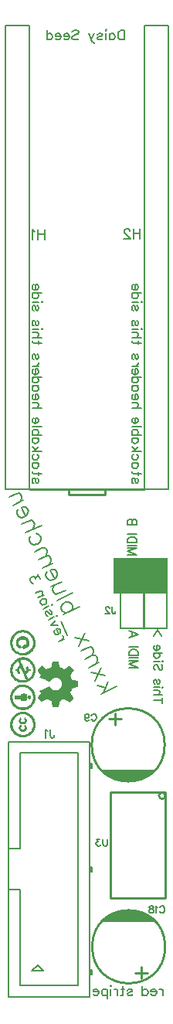
<source format=gbo>
G04 Layer: BottomSilkLayer*
G04 EasyEDA v6.4.19.5, 2021-06-09T13:24:33+02:00*
G04 4d0a35ba0e1948c19c820806b4e2a2d6,fb9c11b3819f4bbabdc06984e21ef5f2,10*
G04 Gerber Generator version 0.2*
G04 Scale: 100 percent, Rotated: No, Reflected: No *
G04 Dimensions in millimeters *
G04 leading zeros omitted , absolute positions ,4 integer and 5 decimal *
%FSLAX45Y45*%
%MOMM*%

%ADD10C,0.2540*%
%ADD32C,0.2032*%
%ADD33C,0.1524*%
%ADD34C,0.1500*%

%LPD*%
G36*
X195884Y-6625945D02*
G01*
X187858Y-6626047D01*
X172923Y-6627063D01*
X165963Y-6628028D01*
X159308Y-6629247D01*
X152908Y-6630822D01*
X146761Y-6632651D01*
X140817Y-6634886D01*
X135077Y-6637426D01*
X129438Y-6640372D01*
X123901Y-6643674D01*
X118465Y-6647332D01*
X113030Y-6651447D01*
X107645Y-6655917D01*
X102209Y-6660845D01*
X96723Y-6666230D01*
X91490Y-6671767D01*
X86614Y-6677304D01*
X82194Y-6682841D01*
X78130Y-6688429D01*
X74422Y-6694068D01*
X71069Y-6699808D01*
X68122Y-6705650D01*
X65481Y-6711594D01*
X63195Y-6717690D01*
X61264Y-6723989D01*
X59639Y-6730441D01*
X58318Y-6737096D01*
X57353Y-6744004D01*
X56641Y-6751167D01*
X56175Y-6761632D01*
X82702Y-6761632D01*
X83007Y-6755993D01*
X83566Y-6750405D01*
X84429Y-6744817D01*
X85547Y-6739331D01*
X86969Y-6733844D01*
X88696Y-6728459D01*
X90728Y-6723125D01*
X93014Y-6717893D01*
X95605Y-6712712D01*
X98450Y-6707631D01*
X101600Y-6702704D01*
X105003Y-6697878D01*
X108661Y-6693153D01*
X112623Y-6688581D01*
X116890Y-6684111D01*
X121107Y-6680098D01*
X125476Y-6676339D01*
X134670Y-6669633D01*
X139496Y-6666636D01*
X144424Y-6663944D01*
X149453Y-6661505D01*
X159816Y-6657441D01*
X165100Y-6655816D01*
X170484Y-6654444D01*
X175920Y-6653377D01*
X181457Y-6652564D01*
X192532Y-6651802D01*
X198170Y-6651802D01*
X203758Y-6652107D01*
X209397Y-6652717D01*
X215036Y-6653631D01*
X226212Y-6656222D01*
X237286Y-6660032D01*
X242722Y-6662369D01*
X248259Y-6665163D01*
X253695Y-6668414D01*
X258978Y-6672021D01*
X264109Y-6676085D01*
X269138Y-6680453D01*
X273913Y-6685178D01*
X278485Y-6690207D01*
X282752Y-6695440D01*
X286816Y-6700926D01*
X290525Y-6706565D01*
X293928Y-6712356D01*
X296976Y-6718300D01*
X299669Y-6724294D01*
X301904Y-6730339D01*
X303733Y-6736435D01*
X305104Y-6742480D01*
X306171Y-6749186D01*
X306882Y-6755892D01*
X307187Y-6762496D01*
X307136Y-6768998D01*
X306730Y-6775399D01*
X305968Y-6781749D01*
X304800Y-6787997D01*
X303326Y-6794093D01*
X301447Y-6800138D01*
X299212Y-6806031D01*
X296621Y-6811822D01*
X293674Y-6817512D01*
X290322Y-6823049D01*
X286664Y-6828485D01*
X282651Y-6833768D01*
X278231Y-6838899D01*
X274066Y-6843318D01*
X269748Y-6847484D01*
X265328Y-6851345D01*
X260756Y-6854901D01*
X256082Y-6858203D01*
X246379Y-6864045D01*
X236372Y-6868769D01*
X231241Y-6870750D01*
X226110Y-6872427D01*
X215646Y-6875018D01*
X210362Y-6875932D01*
X199745Y-6876999D01*
X189128Y-6876999D01*
X178562Y-6875983D01*
X168148Y-6873951D01*
X157988Y-6870953D01*
X153009Y-6869074D01*
X143306Y-6864553D01*
X134010Y-6859117D01*
X125222Y-6852666D01*
X121056Y-6849109D01*
X116992Y-6845300D01*
X109423Y-6836968D01*
X105867Y-6832498D01*
X102514Y-6827774D01*
X99364Y-6822795D01*
X96418Y-6817614D01*
X91287Y-6806692D01*
X89154Y-6801154D01*
X87325Y-6795516D01*
X85801Y-6789928D01*
X84582Y-6784289D01*
X83667Y-6778599D01*
X83058Y-6772960D01*
X82702Y-6761632D01*
X56175Y-6761632D01*
X56235Y-6772351D01*
X56641Y-6778345D01*
X57302Y-6784289D01*
X58216Y-6790131D01*
X59385Y-6795922D01*
X60807Y-6801662D01*
X64363Y-6812788D01*
X68834Y-6823608D01*
X74218Y-6833920D01*
X80416Y-6843775D01*
X87376Y-6853072D01*
X95148Y-6861759D01*
X103581Y-6869836D01*
X112674Y-6877151D01*
X122377Y-6883755D01*
X132689Y-6889546D01*
X143510Y-6894423D01*
X149148Y-6896557D01*
X154838Y-6898436D01*
X160680Y-6900062D01*
X174498Y-6903008D01*
X181610Y-6904126D01*
X188214Y-6904786D01*
X194564Y-6904990D01*
X200914Y-6904786D01*
X207467Y-6904126D01*
X214629Y-6903008D01*
X228650Y-6900011D01*
X240639Y-6896353D01*
X252171Y-6891578D01*
X257759Y-6888835D01*
X268528Y-6882536D01*
X273710Y-6878980D01*
X283718Y-6871157D01*
X293217Y-6862318D01*
X297637Y-6857796D01*
X305511Y-6848703D01*
X312318Y-6839407D01*
X315366Y-6834631D01*
X318160Y-6829755D01*
X323088Y-6819646D01*
X327253Y-6808825D01*
X329996Y-6799681D01*
X331724Y-6790385D01*
X332689Y-6779818D01*
X332994Y-6766763D01*
X332892Y-6758787D01*
X331978Y-6744004D01*
X331114Y-6737146D01*
X329946Y-6730593D01*
X328523Y-6724294D01*
X326745Y-6718198D01*
X324662Y-6712356D01*
X322224Y-6706616D01*
X319430Y-6701028D01*
X316280Y-6695490D01*
X312724Y-6690004D01*
X308762Y-6684467D01*
X304393Y-6678930D01*
X294335Y-6667601D01*
X289052Y-6662267D01*
X283768Y-6657340D01*
X278434Y-6652768D01*
X272999Y-6648602D01*
X267512Y-6644843D01*
X261924Y-6641388D01*
X256184Y-6638340D01*
X250291Y-6635648D01*
X244297Y-6633311D01*
X238048Y-6631279D01*
X231648Y-6629603D01*
X224993Y-6628282D01*
X218135Y-6627215D01*
X211023Y-6626504D01*
X203606Y-6626047D01*
G37*
G36*
X192227Y-6693408D02*
G01*
X186029Y-6693662D01*
X174193Y-6695084D01*
X168859Y-6696202D01*
X164033Y-6697624D01*
X159918Y-6699300D01*
X154228Y-6702348D01*
X148793Y-6705955D01*
X143560Y-6710019D01*
X138633Y-6714540D01*
X134112Y-6719366D01*
X130098Y-6724446D01*
X126593Y-6729730D01*
X123748Y-6735114D01*
X121310Y-6741718D01*
X119532Y-6749237D01*
X118516Y-6757365D01*
X118160Y-6765696D01*
X118567Y-6773976D01*
X119633Y-6781800D01*
X121412Y-6788861D01*
X123850Y-6794804D01*
X127457Y-6800799D01*
X131622Y-6806285D01*
X136347Y-6811264D01*
X141478Y-6815734D01*
X147066Y-6819646D01*
X153060Y-6822897D01*
X159359Y-6825538D01*
X165963Y-6827520D01*
X172974Y-6829196D01*
X172821Y-6799529D01*
X172008Y-6793788D01*
X169773Y-6791299D01*
X165455Y-6790131D01*
X158851Y-6787235D01*
X153720Y-6781800D01*
X150368Y-6774129D01*
X149047Y-6764731D01*
X149250Y-6759905D01*
X149961Y-6755434D01*
X151282Y-6751320D01*
X153162Y-6747560D01*
X155600Y-6744157D01*
X158597Y-6741109D01*
X162153Y-6738467D01*
X166217Y-6736181D01*
X170891Y-6734251D01*
X176022Y-6732676D01*
X181762Y-6731558D01*
X187960Y-6730746D01*
X194513Y-6730441D01*
X200863Y-6730644D01*
X206959Y-6731355D01*
X212750Y-6732524D01*
X218084Y-6734200D01*
X222859Y-6736232D01*
X227025Y-6738721D01*
X230428Y-6741515D01*
X233476Y-6745173D01*
X235305Y-6749186D01*
X236220Y-6754469D01*
X236474Y-6761886D01*
X236220Y-6769608D01*
X235204Y-6774942D01*
X232917Y-6779209D01*
X229057Y-6783578D01*
X223316Y-6788658D01*
X219303Y-6790690D01*
X216916Y-6789572D01*
X215595Y-6783019D01*
X213360Y-6783527D01*
X208737Y-6787286D01*
X185674Y-6809892D01*
X198932Y-6823303D01*
X207670Y-6831838D01*
X212953Y-6835851D01*
X215493Y-6835698D01*
X216611Y-6829755D01*
X217932Y-6827926D01*
X220116Y-6826453D01*
X227634Y-6824014D01*
X232410Y-6821982D01*
X237286Y-6819442D01*
X242112Y-6816496D01*
X246684Y-6813296D01*
X250850Y-6809943D01*
X254406Y-6806539D01*
X257149Y-6803237D01*
X259638Y-6799173D01*
X262178Y-6794093D01*
X264464Y-6788658D01*
X266192Y-6783527D01*
X267665Y-6777126D01*
X268528Y-6770674D01*
X268732Y-6764223D01*
X268376Y-6757771D01*
X267462Y-6751421D01*
X265988Y-6745224D01*
X263956Y-6739128D01*
X261416Y-6733235D01*
X258368Y-6727596D01*
X254812Y-6722211D01*
X250850Y-6717182D01*
X246430Y-6712458D01*
X241554Y-6708089D01*
X236321Y-6704228D01*
X230632Y-6700774D01*
X224637Y-6697827D01*
X220471Y-6696354D01*
X215595Y-6695186D01*
X210210Y-6694271D01*
X204470Y-6693712D01*
X198374Y-6693408D01*
G37*
G36*
X191820Y-6922922D02*
G01*
X185877Y-6923125D01*
X179984Y-6923582D01*
X174142Y-6924294D01*
X168351Y-6925259D01*
X162661Y-6926478D01*
X151434Y-6929628D01*
X145948Y-6931507D01*
X135280Y-6936079D01*
X130098Y-6938670D01*
X120091Y-6944563D01*
X110540Y-6951319D01*
X107542Y-6953758D01*
X169773Y-6953758D01*
X169976Y-6952945D01*
X172974Y-6951980D01*
X179120Y-6951421D01*
X187960Y-6951218D01*
X206654Y-6951776D01*
X213207Y-6952183D01*
X218744Y-6952792D01*
X223520Y-6953656D01*
X227990Y-6954774D01*
X232410Y-6956247D01*
X242468Y-6960565D01*
X248208Y-6963511D01*
X253796Y-6966864D01*
X259232Y-6970522D01*
X264464Y-6974586D01*
X269494Y-6978903D01*
X274269Y-6983526D01*
X278841Y-6988454D01*
X283108Y-6993585D01*
X287070Y-6998919D01*
X290779Y-7004456D01*
X294081Y-7010196D01*
X297078Y-7016038D01*
X299720Y-7021982D01*
X301955Y-7027976D01*
X303784Y-7034072D01*
X305155Y-7040219D01*
X306832Y-7051700D01*
X307390Y-7063028D01*
X307289Y-7068566D01*
X306882Y-7074052D01*
X306222Y-7079488D01*
X305308Y-7084822D01*
X302666Y-7095286D01*
X300939Y-7100417D01*
X298958Y-7105446D01*
X296722Y-7110374D01*
X291439Y-7120026D01*
X288391Y-7124700D01*
X281584Y-7133691D01*
X277774Y-7138060D01*
X273710Y-7142327D01*
X267766Y-7147966D01*
X262636Y-7152233D01*
X258825Y-7154722D01*
X256844Y-7155078D01*
X252475Y-7146798D01*
X244754Y-7129881D01*
X234645Y-7106869D01*
X243992Y-7099046D01*
X248107Y-7095032D01*
X251663Y-7090511D01*
X254508Y-7085685D01*
X256438Y-7080808D01*
X258419Y-7074966D01*
X260553Y-7071868D01*
X263956Y-7070598D01*
X275336Y-7070191D01*
X278333Y-7069175D01*
X279501Y-7066534D01*
X279704Y-7061504D01*
X279501Y-7056424D01*
X278333Y-7053783D01*
X275336Y-7052767D01*
X263906Y-7052360D01*
X260502Y-7050836D01*
X258165Y-7046874D01*
X253898Y-7033717D01*
X249936Y-7024319D01*
X248310Y-7021575D01*
X246227Y-7019493D01*
X244043Y-7019391D01*
X240842Y-7021677D01*
X235712Y-7026656D01*
X226517Y-7036104D01*
X230784Y-7047992D01*
X233171Y-7057948D01*
X232867Y-7066330D01*
X230174Y-7072071D01*
X225247Y-7074204D01*
X224231Y-7073900D01*
X223062Y-7073036D01*
X221691Y-7071512D01*
X218236Y-7066127D01*
X213512Y-7057186D01*
X207162Y-7043928D01*
X189738Y-7005320D01*
X182524Y-6988708D01*
X176936Y-6975246D01*
X172923Y-6964934D01*
X170535Y-6957771D01*
X169773Y-6953758D01*
X107542Y-6953758D01*
X101498Y-6958990D01*
X93065Y-6967474D01*
X85242Y-6976821D01*
X76860Y-6988759D01*
X72745Y-6995109D01*
X69240Y-7001103D01*
X66294Y-7006793D01*
X63855Y-7012381D01*
X61925Y-7018020D01*
X60401Y-7023862D01*
X59232Y-7030059D01*
X58419Y-7036765D01*
X57861Y-7044131D01*
X57483Y-7066483D01*
X83058Y-7066483D01*
X83058Y-7059675D01*
X83464Y-7052818D01*
X84277Y-7045807D01*
X85344Y-7039609D01*
X86715Y-7033514D01*
X88442Y-7027621D01*
X90525Y-7021880D01*
X92964Y-7016292D01*
X95758Y-7010806D01*
X98907Y-7005421D01*
X102412Y-7000138D01*
X106375Y-6994956D01*
X110642Y-6989825D01*
X115366Y-6984746D01*
X138430Y-6962800D01*
X152400Y-6993280D01*
X157886Y-7006437D01*
X158902Y-7010400D01*
X158851Y-7013143D01*
X157835Y-7015022D01*
X155854Y-7016597D01*
X153009Y-7018121D01*
X145999Y-7022846D01*
X140157Y-7028992D01*
X135839Y-7036155D01*
X133350Y-7043978D01*
X132232Y-7048804D01*
X130403Y-7051395D01*
X126847Y-7052411D01*
X114198Y-7052767D01*
X110845Y-7053732D01*
X109626Y-7056374D01*
X109423Y-7061504D01*
X109626Y-7066584D01*
X110896Y-7069226D01*
X114300Y-7070242D01*
X127254Y-7070547D01*
X130657Y-7071410D01*
X132029Y-7073544D01*
X132283Y-7077506D01*
X132842Y-7081469D01*
X134264Y-7086396D01*
X136347Y-7091934D01*
X138836Y-7097522D01*
X141528Y-7102703D01*
X144221Y-7107021D01*
X146659Y-7109917D01*
X148539Y-7110984D01*
X150418Y-7110323D01*
X153162Y-7108494D01*
X156464Y-7105751D01*
X159918Y-7102449D01*
X168249Y-7093864D01*
X162966Y-7084059D01*
X160883Y-7079335D01*
X159308Y-7074052D01*
X158242Y-7068566D01*
X157784Y-7063181D01*
X157835Y-7058050D01*
X158496Y-7053580D01*
X159664Y-7049973D01*
X161493Y-7047534D01*
X163423Y-7046468D01*
X165862Y-7045807D01*
X168503Y-7045604D01*
X171043Y-7045959D01*
X172212Y-7046518D01*
X173532Y-7047585D01*
X175006Y-7049262D01*
X178562Y-7054799D01*
X183286Y-7063841D01*
X189636Y-7077151D01*
X206349Y-7114641D01*
X218694Y-7143292D01*
X226821Y-7162800D01*
X228854Y-7168642D01*
X227380Y-7170877D01*
X223316Y-7172807D01*
X217170Y-7174280D01*
X209499Y-7175246D01*
X200812Y-7175753D01*
X191617Y-7175652D01*
X182473Y-7174941D01*
X173888Y-7173620D01*
X162661Y-7170877D01*
X152857Y-7167575D01*
X148336Y-7165644D01*
X143967Y-7163460D01*
X139700Y-7161022D01*
X131318Y-7155129D01*
X122631Y-7147814D01*
X118008Y-7143546D01*
X113080Y-7138568D01*
X108559Y-7133386D01*
X104343Y-7128002D01*
X100533Y-7122515D01*
X97078Y-7116825D01*
X93980Y-7110984D01*
X91287Y-7105040D01*
X88950Y-7098893D01*
X87020Y-7092645D01*
X85445Y-7086295D01*
X84277Y-7079792D01*
X83464Y-7073188D01*
X83058Y-7066483D01*
X57483Y-7066483D01*
X57708Y-7078421D01*
X58115Y-7085634D01*
X58775Y-7092137D01*
X59639Y-7098131D01*
X60858Y-7103668D01*
X62433Y-7109002D01*
X64312Y-7114133D01*
X66649Y-7119315D01*
X72644Y-7130135D01*
X79756Y-7141108D01*
X87071Y-7150658D01*
X94996Y-7159599D01*
X99161Y-7163816D01*
X108000Y-7171690D01*
X117297Y-7178802D01*
X127101Y-7185152D01*
X137261Y-7190638D01*
X147777Y-7195261D01*
X152501Y-7196836D01*
X157988Y-7198207D01*
X164134Y-7199426D01*
X177647Y-7201153D01*
X184810Y-7201763D01*
X199186Y-7202170D01*
X206146Y-7202017D01*
X212801Y-7201611D01*
X218948Y-7200950D01*
X224434Y-7200036D01*
X230378Y-7198614D01*
X236220Y-7196937D01*
X242011Y-7194905D01*
X253441Y-7189978D01*
X264464Y-7183932D01*
X269798Y-7180529D01*
X280111Y-7173010D01*
X285038Y-7168946D01*
X294335Y-7160209D01*
X298754Y-7155535D01*
X306882Y-7145731D01*
X314096Y-7135317D01*
X317347Y-7129932D01*
X320294Y-7124446D01*
X322986Y-7118858D01*
X325374Y-7113219D01*
X327456Y-7107478D01*
X329234Y-7101636D01*
X330250Y-7097064D01*
X331774Y-7085279D01*
X332536Y-7071156D01*
X332638Y-7056323D01*
X331978Y-7042251D01*
X331368Y-7036003D01*
X330555Y-7030466D01*
X329590Y-7025944D01*
X327863Y-7020001D01*
X325831Y-7014108D01*
X323545Y-7008368D01*
X318160Y-6997192D01*
X311810Y-6986574D01*
X304495Y-6976465D01*
X300583Y-6971690D01*
X296418Y-6967067D01*
X287528Y-6958431D01*
X282803Y-6954367D01*
X272948Y-6946900D01*
X262483Y-6940397D01*
X257048Y-6937451D01*
X245821Y-6932422D01*
X240029Y-6930288D01*
X234188Y-6928459D01*
X228244Y-6926884D01*
X222148Y-6925564D01*
X209905Y-6923735D01*
X197815Y-6922922D01*
G37*
G36*
X194360Y-7222744D02*
G01*
X181864Y-7223150D01*
X169976Y-7224369D01*
X164287Y-7225284D01*
X153314Y-7227824D01*
X142900Y-7231176D01*
X132994Y-7235444D01*
X123494Y-7240625D01*
X114350Y-7246721D01*
X105562Y-7253833D01*
X101244Y-7257745D01*
X92862Y-7266330D01*
X88341Y-7271512D01*
X84074Y-7276795D01*
X80162Y-7282180D01*
X76555Y-7287615D01*
X73253Y-7293203D01*
X70205Y-7298893D01*
X67513Y-7304684D01*
X65074Y-7310628D01*
X62941Y-7316673D01*
X61112Y-7322820D01*
X59537Y-7329170D01*
X57302Y-7342276D01*
X56641Y-7349083D01*
X56235Y-7356043D01*
X56085Y-7363307D01*
X82702Y-7363307D01*
X82753Y-7357618D01*
X83108Y-7351928D01*
X83718Y-7346289D01*
X84632Y-7340701D01*
X85852Y-7335113D01*
X87376Y-7329576D01*
X89154Y-7324140D01*
X91236Y-7318705D01*
X93624Y-7313422D01*
X96316Y-7308189D01*
X102463Y-7297978D01*
X109778Y-7288275D01*
X113893Y-7283602D01*
X118262Y-7279081D01*
X122834Y-7274864D01*
X127660Y-7270953D01*
X132638Y-7267346D01*
X137769Y-7264044D01*
X143052Y-7261098D01*
X148488Y-7258405D01*
X154076Y-7256018D01*
X159766Y-7253986D01*
X165557Y-7252258D01*
X171450Y-7250836D01*
X177393Y-7249769D01*
X183388Y-7249007D01*
X189433Y-7248550D01*
X195529Y-7248448D01*
X201676Y-7248652D01*
X207771Y-7249210D01*
X213867Y-7250125D01*
X219964Y-7251344D01*
X226009Y-7252919D01*
X232054Y-7254798D01*
X237998Y-7257084D01*
X243840Y-7259675D01*
X249631Y-7262622D01*
X254558Y-7265517D01*
X259384Y-7268819D01*
X264109Y-7272477D01*
X268681Y-7276439D01*
X273100Y-7280706D01*
X277317Y-7285278D01*
X281330Y-7290053D01*
X285140Y-7295083D01*
X288696Y-7300264D01*
X291998Y-7305598D01*
X294995Y-7311085D01*
X297738Y-7316673D01*
X300075Y-7322362D01*
X302107Y-7328052D01*
X303784Y-7333792D01*
X305054Y-7339482D01*
X306730Y-7351064D01*
X307238Y-7362444D01*
X306628Y-7373620D01*
X305917Y-7379106D01*
X304901Y-7384542D01*
X303631Y-7389875D01*
X302107Y-7395159D01*
X298246Y-7405420D01*
X293268Y-7415275D01*
X290423Y-7420051D01*
X283921Y-7429246D01*
X280263Y-7433665D01*
X272237Y-7442098D01*
X266954Y-7446924D01*
X261620Y-7451293D01*
X256235Y-7455255D01*
X250850Y-7458811D01*
X245313Y-7461961D01*
X239674Y-7464704D01*
X233934Y-7467092D01*
X228041Y-7469073D01*
X221996Y-7470749D01*
X215747Y-7472019D01*
X209245Y-7472934D01*
X202590Y-7473543D01*
X195783Y-7473746D01*
X189077Y-7473645D01*
X182473Y-7473137D01*
X176022Y-7472273D01*
X169672Y-7471054D01*
X163423Y-7469479D01*
X157327Y-7467549D01*
X151434Y-7465314D01*
X145643Y-7462723D01*
X140055Y-7459827D01*
X134670Y-7456576D01*
X129489Y-7453020D01*
X124460Y-7449159D01*
X119684Y-7444943D01*
X115112Y-7440472D01*
X110744Y-7435697D01*
X106629Y-7430617D01*
X102819Y-7425283D01*
X99212Y-7419644D01*
X95910Y-7413752D01*
X93218Y-7408316D01*
X90830Y-7402830D01*
X87020Y-7391653D01*
X85547Y-7386015D01*
X84378Y-7380376D01*
X83515Y-7374686D01*
X82956Y-7368997D01*
X82702Y-7363307D01*
X56085Y-7363307D01*
X56540Y-7374788D01*
X57912Y-7386066D01*
X60198Y-7396988D01*
X61620Y-7402271D01*
X65125Y-7412583D01*
X69392Y-7422489D01*
X74371Y-7431887D01*
X77114Y-7436459D01*
X83108Y-7445146D01*
X89712Y-7453274D01*
X96926Y-7460894D01*
X104648Y-7467955D01*
X112877Y-7474407D01*
X121513Y-7480198D01*
X130606Y-7485380D01*
X140055Y-7489850D01*
X149809Y-7493660D01*
X159867Y-7496708D01*
X170180Y-7498994D01*
X180644Y-7500467D01*
X191262Y-7501178D01*
X202031Y-7501026D01*
X212852Y-7500010D01*
X223723Y-7498130D01*
X234543Y-7495336D01*
X245313Y-7491577D01*
X256032Y-7486853D01*
X262331Y-7483551D01*
X268376Y-7480046D01*
X274167Y-7476286D01*
X279755Y-7472273D01*
X285089Y-7468006D01*
X290220Y-7463485D01*
X295046Y-7458760D01*
X299669Y-7453782D01*
X304038Y-7448550D01*
X308152Y-7443114D01*
X312013Y-7437424D01*
X315620Y-7431481D01*
X318922Y-7425334D01*
X322021Y-7418984D01*
X324866Y-7412431D01*
X329133Y-7400493D01*
X330454Y-7395870D01*
X331419Y-7391349D01*
X332079Y-7386523D01*
X332587Y-7374686D01*
X332232Y-7357364D01*
X331368Y-7341463D01*
X330555Y-7334250D01*
X329539Y-7327442D01*
X328269Y-7320991D01*
X326694Y-7314844D01*
X324815Y-7308951D01*
X322630Y-7303262D01*
X320090Y-7297775D01*
X317144Y-7292441D01*
X313842Y-7287107D01*
X310134Y-7281875D01*
X306019Y-7276592D01*
X301447Y-7271207D01*
X296418Y-7265720D01*
X290880Y-7260081D01*
X285902Y-7255408D01*
X280873Y-7251039D01*
X275742Y-7246975D01*
X270459Y-7243267D01*
X265125Y-7239914D01*
X259588Y-7236866D01*
X253949Y-7234123D01*
X248158Y-7231684D01*
X242163Y-7229551D01*
X236016Y-7227722D01*
X229616Y-7226198D01*
X223062Y-7224928D01*
X216255Y-7223963D01*
X209194Y-7223302D01*
X201930Y-7222896D01*
G37*
G36*
X217627Y-7322058D02*
G01*
X171704Y-7323074D01*
X170078Y-7339584D01*
X104139Y-7339584D01*
X105613Y-7384034D01*
X170078Y-7385456D01*
X171704Y-7399274D01*
X215188Y-7400137D01*
X225298Y-7399781D01*
X232054Y-7399020D01*
X235508Y-7397750D01*
X237185Y-7394752D01*
X238252Y-7388453D01*
X238861Y-7377938D01*
X238963Y-7344613D01*
X238607Y-7338110D01*
X237896Y-7332980D01*
X236677Y-7329017D01*
X234797Y-7326172D01*
X232054Y-7324140D01*
X228396Y-7322921D01*
X223621Y-7322261D01*
G37*
G36*
X265176Y-7341971D02*
G01*
X256082Y-7343343D01*
X249174Y-7347203D01*
X245516Y-7353249D01*
X244246Y-7360818D01*
X245364Y-7368641D01*
X248920Y-7375448D01*
X255219Y-7379817D01*
X263601Y-7381544D01*
X272288Y-7380478D01*
X279501Y-7376617D01*
X283311Y-7370368D01*
X284784Y-7361986D01*
X283921Y-7353452D01*
X280568Y-7346746D01*
X274116Y-7343089D01*
G37*
G36*
X193040Y-7520381D02*
G01*
X187248Y-7520533D01*
X175818Y-7521549D01*
X164693Y-7523429D01*
X153873Y-7526172D01*
X148590Y-7527848D01*
X138328Y-7531862D01*
X128473Y-7536637D01*
X119075Y-7542174D01*
X110185Y-7548422D01*
X101752Y-7555433D01*
X93929Y-7563154D01*
X86664Y-7571536D01*
X80060Y-7580579D01*
X74117Y-7590231D01*
X68884Y-7600492D01*
X64414Y-7611313D01*
X60604Y-7622489D01*
X59385Y-7627416D01*
X58521Y-7632446D01*
X57912Y-7638034D01*
X57454Y-7652461D01*
X57426Y-7664297D01*
X83210Y-7664297D01*
X83210Y-7658303D01*
X83464Y-7652359D01*
X84124Y-7646416D01*
X85039Y-7640523D01*
X86258Y-7634731D01*
X87731Y-7628991D01*
X91592Y-7617764D01*
X96570Y-7606995D01*
X99466Y-7601813D01*
X102565Y-7596835D01*
X105968Y-7591958D01*
X109575Y-7587284D01*
X113385Y-7582814D01*
X117449Y-7578547D01*
X126237Y-7570622D01*
X130962Y-7567015D01*
X135839Y-7563713D01*
X140919Y-7560614D01*
X146202Y-7557820D01*
X155651Y-7553604D01*
X159867Y-7552080D01*
X164134Y-7550912D01*
X168706Y-7550048D01*
X179679Y-7548829D01*
X193497Y-7548118D01*
X204622Y-7548118D01*
X209397Y-7548473D01*
X218490Y-7549946D01*
X228498Y-7552639D01*
X234492Y-7554671D01*
X240385Y-7557058D01*
X246075Y-7559751D01*
X251612Y-7562799D01*
X256997Y-7566152D01*
X262128Y-7569860D01*
X267055Y-7573822D01*
X271780Y-7578039D01*
X276250Y-7582560D01*
X280517Y-7587284D01*
X284480Y-7592314D01*
X288137Y-7597546D01*
X291541Y-7602981D01*
X294640Y-7608620D01*
X297434Y-7614462D01*
X299872Y-7620508D01*
X301447Y-7625130D01*
X302818Y-7630210D01*
X304952Y-7641081D01*
X306171Y-7652562D01*
X306527Y-7664094D01*
X305917Y-7675118D01*
X305257Y-7680248D01*
X302920Y-7690408D01*
X301244Y-7695742D01*
X299313Y-7700975D01*
X294640Y-7711033D01*
X291947Y-7715859D01*
X289001Y-7720584D01*
X282498Y-7729524D01*
X275132Y-7737805D01*
X267004Y-7745374D01*
X262636Y-7748879D01*
X253441Y-7755229D01*
X248666Y-7758074D01*
X238556Y-7763154D01*
X227990Y-7767218D01*
X222504Y-7768894D01*
X211277Y-7771434D01*
X205841Y-7772196D01*
X200406Y-7772653D01*
X194970Y-7772806D01*
X189534Y-7772653D01*
X184150Y-7772247D01*
X173482Y-7770520D01*
X162966Y-7767675D01*
X152806Y-7763814D01*
X143002Y-7758988D01*
X138277Y-7756245D01*
X129235Y-7750048D01*
X120700Y-7743088D01*
X112877Y-7735316D01*
X109220Y-7731201D01*
X102565Y-7722412D01*
X99517Y-7717790D01*
X94132Y-7708138D01*
X89763Y-7697978D01*
X87934Y-7692694D01*
X86410Y-7687309D01*
X85191Y-7681874D01*
X84226Y-7676286D01*
X83566Y-7670292D01*
X83210Y-7664297D01*
X57426Y-7664297D01*
X57658Y-7679639D01*
X58013Y-7685989D01*
X58572Y-7691323D01*
X59436Y-7695996D01*
X60655Y-7700365D01*
X62230Y-7704886D01*
X67157Y-7716266D01*
X70256Y-7722463D01*
X73609Y-7728458D01*
X81026Y-7739888D01*
X85039Y-7745323D01*
X89255Y-7750505D01*
X93675Y-7755483D01*
X98298Y-7760258D01*
X108102Y-7769047D01*
X113233Y-7773060D01*
X118516Y-7776819D01*
X124002Y-7780324D01*
X129590Y-7783575D01*
X135331Y-7786573D01*
X141173Y-7789214D01*
X147167Y-7791602D01*
X153263Y-7793685D01*
X159461Y-7795463D01*
X164439Y-7796580D01*
X175768Y-7798206D01*
X188214Y-7799019D01*
X201117Y-7799019D01*
X207467Y-7798714D01*
X219506Y-7797444D01*
X224993Y-7796530D01*
X230022Y-7795361D01*
X235762Y-7793736D01*
X241452Y-7791754D01*
X252679Y-7786928D01*
X263601Y-7780985D01*
X274116Y-7774076D01*
X284124Y-7766253D01*
X293471Y-7757668D01*
X297891Y-7753146D01*
X306120Y-7743596D01*
X313385Y-7733588D01*
X316687Y-7728407D01*
X319684Y-7723174D01*
X322427Y-7717840D01*
X324815Y-7712506D01*
X326948Y-7707071D01*
X328726Y-7701635D01*
X330200Y-7696200D01*
X331216Y-7691018D01*
X331978Y-7685074D01*
X332841Y-7671562D01*
X332841Y-7656830D01*
X331978Y-7642301D01*
X331266Y-7635443D01*
X330352Y-7629093D01*
X329285Y-7623454D01*
X327964Y-7618577D01*
X325983Y-7612634D01*
X323799Y-7606893D01*
X321360Y-7601254D01*
X315823Y-7590434D01*
X312775Y-7585252D01*
X306019Y-7575397D01*
X298551Y-7566253D01*
X290372Y-7557820D01*
X286054Y-7553858D01*
X276910Y-7546594D01*
X267157Y-7540142D01*
X256844Y-7534554D01*
X251510Y-7532065D01*
X240436Y-7527798D01*
X228955Y-7524445D01*
X223062Y-7523124D01*
X210972Y-7521295D01*
X198882Y-7520431D01*
G37*
G36*
X172821Y-7580833D02*
G01*
X168300Y-7582814D01*
X162864Y-7587894D01*
X157683Y-7594803D01*
X153822Y-7602372D01*
X152044Y-7607909D01*
X150977Y-7613345D01*
X150571Y-7618628D01*
X150825Y-7623809D01*
X151688Y-7628737D01*
X153162Y-7633462D01*
X155143Y-7637932D01*
X157734Y-7642098D01*
X160782Y-7645857D01*
X164338Y-7649311D01*
X168351Y-7652258D01*
X172770Y-7654798D01*
X177647Y-7656830D01*
X182829Y-7658353D01*
X188417Y-7659268D01*
X194310Y-7659573D01*
X201422Y-7659217D01*
X208076Y-7657998D01*
X214121Y-7656068D01*
X219659Y-7653375D01*
X224536Y-7649972D01*
X228854Y-7645806D01*
X232511Y-7640980D01*
X235458Y-7635443D01*
X237845Y-7627670D01*
X238810Y-7618831D01*
X238302Y-7609941D01*
X236321Y-7601966D01*
X232816Y-7595514D01*
X227533Y-7588605D01*
X222148Y-7583119D01*
X218186Y-7580833D01*
X217068Y-7581544D01*
X215493Y-7583373D01*
X211988Y-7589418D01*
X209804Y-7594396D01*
X209296Y-7597851D01*
X210515Y-7601203D01*
X213614Y-7605725D01*
X216662Y-7610906D01*
X218084Y-7615732D01*
X217932Y-7620203D01*
X216255Y-7624114D01*
X213156Y-7627366D01*
X208737Y-7629855D01*
X202996Y-7631480D01*
X196088Y-7632090D01*
X186994Y-7631684D01*
X180492Y-7630007D01*
X176072Y-7626756D01*
X173024Y-7621625D01*
X171551Y-7616037D01*
X172059Y-7610906D01*
X174548Y-7606030D01*
X180949Y-7599476D01*
X181508Y-7597292D01*
X180797Y-7594244D01*
X176987Y-7586167D01*
X173837Y-7581544D01*
G37*
G36*
X173431Y-7658303D02*
G01*
X163271Y-7668971D01*
X159410Y-7673543D01*
X156260Y-7678420D01*
X153873Y-7683449D01*
X152146Y-7688630D01*
X151130Y-7693914D01*
X150774Y-7699146D01*
X151079Y-7704378D01*
X152044Y-7709458D01*
X153619Y-7714335D01*
X155752Y-7719009D01*
X158546Y-7723378D01*
X161899Y-7727391D01*
X165811Y-7730896D01*
X170230Y-7733995D01*
X175209Y-7736484D01*
X180695Y-7738364D01*
X186944Y-7739634D01*
X193090Y-7740142D01*
X199186Y-7739989D01*
X205079Y-7739075D01*
X210769Y-7737551D01*
X216103Y-7735417D01*
X221030Y-7732725D01*
X225501Y-7729474D01*
X229463Y-7725664D01*
X232765Y-7721447D01*
X235407Y-7716723D01*
X237286Y-7711643D01*
X238201Y-7706969D01*
X238506Y-7701686D01*
X238252Y-7696047D01*
X237439Y-7690256D01*
X236220Y-7684617D01*
X234594Y-7679334D01*
X232562Y-7674660D01*
X230174Y-7670850D01*
X224485Y-7664653D01*
X219862Y-7662570D01*
X215747Y-7664703D01*
X211836Y-7671003D01*
X209550Y-7676134D01*
X208940Y-7679436D01*
X210108Y-7682280D01*
X213156Y-7685786D01*
X216611Y-7690561D01*
X218084Y-7695336D01*
X217830Y-7699908D01*
X215849Y-7704074D01*
X212394Y-7707680D01*
X207517Y-7710474D01*
X201371Y-7712252D01*
X194106Y-7712913D01*
X186791Y-7712100D01*
X180746Y-7709814D01*
X176022Y-7706359D01*
X172872Y-7702092D01*
X171348Y-7697165D01*
X171653Y-7691983D01*
X173888Y-7686802D01*
X178257Y-7681925D01*
X181152Y-7679283D01*
X182118Y-7676946D01*
X181203Y-7673594D01*
G37*
G36*
X554786Y-6966915D02*
G01*
X539496Y-6967016D01*
X529234Y-6967372D01*
X523189Y-6967981D01*
X520750Y-6968947D01*
X519785Y-6971741D01*
X518312Y-6977786D01*
X514705Y-6996226D01*
X511860Y-7013041D01*
X509625Y-7023912D01*
X508304Y-7027672D01*
X506730Y-7030567D01*
X504647Y-7032904D01*
X501904Y-7034834D01*
X498449Y-7036562D01*
X456082Y-7053072D01*
X402996Y-7016699D01*
X370281Y-7049516D01*
X362762Y-7057440D01*
X357733Y-7063181D01*
X355854Y-7065822D01*
X357124Y-7068464D01*
X360527Y-7074103D01*
X371856Y-7091121D01*
X389077Y-7116368D01*
X389077Y-7118146D01*
X388061Y-7121347D01*
X386181Y-7125716D01*
X381101Y-7135825D01*
X379222Y-7140041D01*
X378206Y-7143089D01*
X378155Y-7144562D01*
X381558Y-7146239D01*
X432714Y-7167880D01*
X463397Y-7180529D01*
X484174Y-7188809D01*
X487730Y-7190028D01*
X488543Y-7189673D01*
X489610Y-7188606D01*
X493572Y-7182459D01*
X496417Y-7178700D01*
X504037Y-7169962D01*
X508355Y-7165695D01*
X512927Y-7161885D01*
X517702Y-7158532D01*
X522630Y-7155637D01*
X527710Y-7153198D01*
X532942Y-7151217D01*
X538226Y-7149693D01*
X543560Y-7148626D01*
X548944Y-7147966D01*
X554380Y-7147763D01*
X559765Y-7148017D01*
X565099Y-7148626D01*
X570433Y-7149744D01*
X575614Y-7151217D01*
X580694Y-7153148D01*
X585673Y-7155484D01*
X590448Y-7158228D01*
X595020Y-7161326D01*
X599389Y-7164882D01*
X603554Y-7168794D01*
X607364Y-7173112D01*
X610920Y-7177836D01*
X614172Y-7182916D01*
X617067Y-7188403D01*
X619861Y-7194651D01*
X621385Y-7200087D01*
X621995Y-7206792D01*
X622147Y-7216902D01*
X621995Y-7227011D01*
X621385Y-7233767D01*
X619810Y-7239203D01*
X617016Y-7245603D01*
X614324Y-7250785D01*
X611327Y-7255662D01*
X607974Y-7260234D01*
X604367Y-7264450D01*
X600506Y-7268311D01*
X596442Y-7271816D01*
X592124Y-7275017D01*
X587603Y-7277811D01*
X582879Y-7280249D01*
X578053Y-7282332D01*
X573074Y-7284008D01*
X567944Y-7285278D01*
X562762Y-7286142D01*
X557479Y-7286599D01*
X552196Y-7286650D01*
X546811Y-7286294D01*
X541477Y-7285481D01*
X536092Y-7284212D01*
X530758Y-7282535D01*
X525475Y-7280351D01*
X521106Y-7278217D01*
X517093Y-7275931D01*
X513334Y-7273391D01*
X509778Y-7270597D01*
X506323Y-7267448D01*
X502920Y-7263892D01*
X491439Y-7249312D01*
X488391Y-7246112D01*
X486156Y-7244943D01*
X484022Y-7245350D01*
X432866Y-7266482D01*
X377545Y-7289901D01*
X377748Y-7291273D01*
X380949Y-7298588D01*
X390398Y-7316520D01*
X366420Y-7351471D01*
X360934Y-7359954D01*
X357225Y-7366101D01*
X355854Y-7369048D01*
X356717Y-7370622D01*
X362762Y-7377785D01*
X372567Y-7388199D01*
X383844Y-7399528D01*
X398221Y-7413142D01*
X401218Y-7415530D01*
X402742Y-7416393D01*
X405587Y-7415072D01*
X420065Y-7405979D01*
X439724Y-7392670D01*
X453898Y-7383576D01*
X456539Y-7382205D01*
X459435Y-7383018D01*
X473201Y-7388047D01*
X490778Y-7395057D01*
X504139Y-7400848D01*
X506730Y-7402271D01*
X507847Y-7405268D01*
X511556Y-7421473D01*
X519684Y-7464044D01*
X521106Y-7465618D01*
X525830Y-7466431D01*
X536143Y-7466838D01*
X588518Y-7466888D01*
X598017Y-7416850D01*
X599795Y-7408976D01*
X601319Y-7403287D01*
X602386Y-7400696D01*
X604926Y-7399172D01*
X617474Y-7393381D01*
X633831Y-7386370D01*
X646684Y-7381341D01*
X649528Y-7380579D01*
X652373Y-7382002D01*
X667308Y-7391552D01*
X687882Y-7405471D01*
X696620Y-7411161D01*
X703021Y-7415022D01*
X705967Y-7416393D01*
X707542Y-7415530D01*
X714654Y-7409484D01*
X725068Y-7399680D01*
X736396Y-7388402D01*
X746302Y-7378090D01*
X752348Y-7371029D01*
X753262Y-7369505D01*
X751738Y-7366457D01*
X741680Y-7350556D01*
X715467Y-7311948D01*
X728522Y-7280402D01*
X734517Y-7267549D01*
X735939Y-7265162D01*
X738987Y-7264196D01*
X745845Y-7262571D01*
X788873Y-7254240D01*
X800100Y-7251700D01*
X803808Y-7250328D01*
X802894Y-7182815D01*
X756513Y-7174026D01*
X738174Y-7170115D01*
X735126Y-7169150D01*
X731723Y-7161784D01*
X724916Y-7145629D01*
X720547Y-7134707D01*
X717956Y-7127341D01*
X716940Y-7122769D01*
X717296Y-7120229D01*
X723442Y-7110780D01*
X748182Y-7074103D01*
X751890Y-7068210D01*
X753262Y-7065568D01*
X752348Y-7064197D01*
X746048Y-7057186D01*
X724357Y-7034885D01*
X713841Y-7024624D01*
X706882Y-7018324D01*
X705561Y-7017410D01*
X703580Y-7018426D01*
X693166Y-7025233D01*
X663651Y-7045604D01*
X649732Y-7054799D01*
X618236Y-7041286D01*
X605129Y-7035038D01*
X602538Y-7033412D01*
X601370Y-7030313D01*
X599592Y-7023506D01*
X591210Y-6981545D01*
X588670Y-6970572D01*
X587248Y-6968490D01*
X583184Y-6967372D01*
X573430Y-6966966D01*
G37*
D32*
X1725907Y-7398166D02*
G01*
X1630451Y-7398166D01*
X1725907Y-7429985D02*
G01*
X1725907Y-7366347D01*
X1725907Y-7336348D02*
G01*
X1630451Y-7336348D01*
X1675907Y-7336348D02*
G01*
X1689544Y-7322713D01*
X1694088Y-7313622D01*
X1694088Y-7299985D01*
X1689544Y-7290894D01*
X1675907Y-7286348D01*
X1630451Y-7286348D01*
X1725907Y-7256348D02*
G01*
X1721360Y-7251804D01*
X1725907Y-7247257D01*
X1730453Y-7251804D01*
X1725907Y-7256348D01*
X1694088Y-7251804D02*
G01*
X1630451Y-7251804D01*
X1680451Y-7167257D02*
G01*
X1689544Y-7171804D01*
X1694088Y-7185439D01*
X1694088Y-7199076D01*
X1689544Y-7212713D01*
X1680451Y-7217257D01*
X1671360Y-7212713D01*
X1666816Y-7203620D01*
X1662269Y-7180894D01*
X1657725Y-7171804D01*
X1648635Y-7167257D01*
X1644088Y-7167257D01*
X1634997Y-7171804D01*
X1630451Y-7185439D01*
X1630451Y-7199076D01*
X1634997Y-7212713D01*
X1644088Y-7217257D01*
X1712269Y-7003620D02*
G01*
X1721360Y-7012711D01*
X1725907Y-7026348D01*
X1725907Y-7044529D01*
X1721360Y-7058167D01*
X1712269Y-7067257D01*
X1703179Y-7067257D01*
X1694088Y-7062711D01*
X1689544Y-7058167D01*
X1684997Y-7049076D01*
X1675907Y-7021802D01*
X1671360Y-7012711D01*
X1666816Y-7008167D01*
X1657725Y-7003620D01*
X1644088Y-7003620D01*
X1634997Y-7012711D01*
X1630451Y-7026348D01*
X1630451Y-7044529D01*
X1634997Y-7058167D01*
X1644088Y-7067257D01*
X1725907Y-6973620D02*
G01*
X1721360Y-6969076D01*
X1725907Y-6964530D01*
X1730453Y-6969076D01*
X1725907Y-6973620D01*
X1694088Y-6969076D02*
G01*
X1630451Y-6969076D01*
X1725907Y-6879986D02*
G01*
X1630451Y-6879986D01*
X1680451Y-6879986D02*
G01*
X1689544Y-6889076D01*
X1694088Y-6898167D01*
X1694088Y-6911802D01*
X1689544Y-6920895D01*
X1680451Y-6929986D01*
X1666816Y-6934530D01*
X1657725Y-6934530D01*
X1644088Y-6929986D01*
X1634997Y-6920895D01*
X1630451Y-6911802D01*
X1630451Y-6898167D01*
X1634997Y-6889076D01*
X1644088Y-6879986D01*
X1666816Y-6849986D02*
G01*
X1666816Y-6795439D01*
X1675907Y-6795439D01*
X1684997Y-6799986D01*
X1689544Y-6804530D01*
X1694088Y-6813621D01*
X1694088Y-6827258D01*
X1689544Y-6836349D01*
X1680451Y-6845439D01*
X1666816Y-6849986D01*
X1657725Y-6849986D01*
X1644088Y-6845439D01*
X1634997Y-6836349D01*
X1630451Y-6827258D01*
X1630451Y-6813621D01*
X1634997Y-6804530D01*
X1644088Y-6795439D01*
X1712269Y-6695439D02*
G01*
X1671360Y-6622712D01*
X1630451Y-6695439D01*
X1455907Y-7034987D02*
G01*
X1360451Y-7034987D01*
X1455907Y-7034987D02*
G01*
X1360451Y-6998616D01*
X1455907Y-6962256D02*
G01*
X1360451Y-6998616D01*
X1455907Y-6962256D02*
G01*
X1360451Y-6962256D01*
X1455907Y-6932261D02*
G01*
X1360451Y-6932261D01*
X1455907Y-6902259D02*
G01*
X1360451Y-6902259D01*
X1455907Y-6902259D02*
G01*
X1455907Y-6870440D01*
X1451358Y-6856803D01*
X1442267Y-6847712D01*
X1433179Y-6843161D01*
X1419539Y-6838622D01*
X1396822Y-6838622D01*
X1383179Y-6843161D01*
X1374089Y-6847712D01*
X1364998Y-6856803D01*
X1360451Y-6870440D01*
X1360451Y-6902259D01*
X1455907Y-6808622D02*
G01*
X1360451Y-6808622D01*
X1455907Y-6672259D02*
G01*
X1360451Y-6708617D01*
X1455907Y-6672259D02*
G01*
X1360451Y-6635899D01*
X1392270Y-6694987D02*
G01*
X1392270Y-6649532D01*
X1440906Y-5799988D02*
G01*
X1345450Y-5799988D01*
X1440906Y-5799988D02*
G01*
X1345450Y-5763625D01*
X1440906Y-5727260D02*
G01*
X1345450Y-5763625D01*
X1440906Y-5727260D02*
G01*
X1345450Y-5727260D01*
X1440906Y-5697260D02*
G01*
X1345450Y-5697260D01*
X1440906Y-5667260D02*
G01*
X1345450Y-5667260D01*
X1440906Y-5667260D02*
G01*
X1440906Y-5635442D01*
X1436359Y-5621807D01*
X1427269Y-5612716D01*
X1418178Y-5608170D01*
X1404543Y-5603623D01*
X1381815Y-5603623D01*
X1368178Y-5608170D01*
X1359087Y-5612716D01*
X1349997Y-5621807D01*
X1345450Y-5635442D01*
X1345450Y-5667260D01*
X1440906Y-5573623D02*
G01*
X1345450Y-5573623D01*
X1440906Y-5473623D02*
G01*
X1345450Y-5473623D01*
X1440906Y-5473623D02*
G01*
X1440906Y-5432714D01*
X1436359Y-5419079D01*
X1431815Y-5414533D01*
X1422725Y-5409989D01*
X1413634Y-5409989D01*
X1404543Y-5414533D01*
X1399997Y-5419079D01*
X1395450Y-5432714D01*
X1395450Y-5473623D02*
G01*
X1395450Y-5432714D01*
X1390906Y-5419079D01*
X1386359Y-5414533D01*
X1377269Y-5409989D01*
X1363634Y-5409989D01*
X1354543Y-5414533D01*
X1349997Y-5419079D01*
X1345450Y-5432714D01*
X1345450Y-5473623D01*
X1222903Y-7244684D02*
G01*
X1049881Y-7325367D01*
X1126807Y-7189188D02*
G01*
X1082837Y-7310000D01*
X1100424Y-7261674D02*
G01*
X1007618Y-7234735D01*
X1097610Y-7126569D02*
G01*
X939998Y-7089726D01*
X1055347Y-7035939D02*
G01*
X982261Y-7180359D01*
X1029990Y-6981560D02*
G01*
X914641Y-7035347D01*
X997033Y-6996927D02*
G01*
X1010224Y-6960684D01*
X1010780Y-6940364D01*
X999253Y-6915647D01*
X983330Y-6903011D01*
X954770Y-6906298D01*
X872380Y-6944718D01*
X954770Y-6906298D02*
G01*
X967963Y-6870054D01*
X968517Y-6849734D01*
X956993Y-6825018D01*
X941070Y-6812381D01*
X912510Y-6815668D01*
X830117Y-6854088D01*
X920109Y-6745919D02*
G01*
X762500Y-6709077D01*
X877846Y-6655290D02*
G01*
X804760Y-6799709D01*
X679467Y-6681594D02*
G01*
X610313Y-6533288D01*
X815652Y-6371333D02*
G01*
X642630Y-6452016D01*
X733259Y-6409753D02*
G01*
X742053Y-6385593D01*
X742609Y-6365273D01*
X731083Y-6340553D01*
X715159Y-6327917D01*
X690999Y-6319123D01*
X662439Y-6322410D01*
X645960Y-6330094D01*
X625086Y-6349860D01*
X616290Y-6374020D01*
X615736Y-6394343D01*
X627260Y-6419060D01*
X643183Y-6431696D01*
X667346Y-6440490D01*
X744192Y-6218085D02*
G01*
X571169Y-6298768D01*
X661159Y-6190602D02*
G01*
X578766Y-6229022D01*
X550209Y-6232309D01*
X534286Y-6219672D01*
X522759Y-6194953D01*
X523313Y-6174633D01*
X536506Y-6138390D01*
X618898Y-6099970D02*
G01*
X503549Y-6153759D01*
X544106Y-6068644D02*
G01*
X498002Y-5969774D01*
X514479Y-5962091D01*
X534799Y-5962644D01*
X546882Y-5967041D01*
X562805Y-5979678D01*
X574332Y-6004397D01*
X573775Y-6024717D01*
X564982Y-6048877D01*
X544106Y-6068644D01*
X527626Y-6076327D01*
X499066Y-6079614D01*
X474906Y-6070820D01*
X458983Y-6058184D01*
X447456Y-6033467D01*
X448012Y-6013147D01*
X456806Y-5988984D01*
X522079Y-5892342D02*
G01*
X406732Y-5946132D01*
X489122Y-5907712D02*
G01*
X502315Y-5871469D01*
X502869Y-5851149D01*
X491345Y-5826429D01*
X475421Y-5813793D01*
X446862Y-5817080D01*
X364469Y-5855500D01*
X446862Y-5817080D02*
G01*
X460052Y-5780836D01*
X460608Y-5760516D01*
X449082Y-5735800D01*
X433158Y-5723163D01*
X404599Y-5726450D01*
X322209Y-5764870D01*
X341378Y-5569358D02*
G01*
X365539Y-5578154D01*
X381462Y-5590791D01*
X392988Y-5615508D01*
X392435Y-5635828D01*
X383639Y-5659991D01*
X362765Y-5679754D01*
X346285Y-5687440D01*
X317726Y-5690727D01*
X293563Y-5681931D01*
X277639Y-5669295D01*
X266115Y-5644578D01*
X266669Y-5624258D01*
X275465Y-5600095D01*
X398411Y-5476562D02*
G01*
X225389Y-5557243D01*
X307781Y-5518823D02*
G01*
X320972Y-5482579D01*
X321528Y-5462259D01*
X310001Y-5437543D01*
X294078Y-5424906D01*
X265518Y-5428193D01*
X183128Y-5466613D01*
X223685Y-5381497D02*
G01*
X177581Y-5282628D01*
X194058Y-5274945D01*
X214378Y-5275498D01*
X226461Y-5279895D01*
X242384Y-5292531D01*
X253908Y-5317251D01*
X253354Y-5337571D01*
X244558Y-5361734D01*
X223685Y-5381497D01*
X207205Y-5389181D01*
X178645Y-5392468D01*
X154485Y-5383674D01*
X138562Y-5371038D01*
X127035Y-5346321D01*
X127589Y-5326001D01*
X136385Y-5301838D01*
X201658Y-5205196D02*
G01*
X86309Y-5258986D01*
X168701Y-5220566D02*
G01*
X181894Y-5184322D01*
X182448Y-5164002D01*
X170921Y-5139283D01*
X154998Y-5126647D01*
X126441Y-5129933D01*
X44048Y-5168353D01*
X1732099Y-10559369D02*
G01*
X1732099Y-10629369D01*
X1732099Y-10589369D02*
G01*
X1727098Y-10574367D01*
X1717098Y-10564368D01*
X1707098Y-10559369D01*
X1692099Y-10559369D01*
X1659100Y-10589369D02*
G01*
X1599100Y-10589369D01*
X1599100Y-10579369D01*
X1604098Y-10569369D01*
X1609100Y-10564368D01*
X1619100Y-10559369D01*
X1634098Y-10559369D01*
X1644098Y-10564368D01*
X1654098Y-10574367D01*
X1659100Y-10589369D01*
X1659100Y-10599369D01*
X1654098Y-10614367D01*
X1644098Y-10624367D01*
X1634098Y-10629369D01*
X1619100Y-10629369D01*
X1609100Y-10624367D01*
X1599100Y-10614367D01*
X1506100Y-10524368D02*
G01*
X1506100Y-10629369D01*
X1506100Y-10574367D02*
G01*
X1516100Y-10564368D01*
X1526100Y-10559369D01*
X1541099Y-10559369D01*
X1551099Y-10564368D01*
X1561099Y-10574367D01*
X1566100Y-10589369D01*
X1566100Y-10599369D01*
X1561099Y-10614367D01*
X1551099Y-10624367D01*
X1541099Y-10629369D01*
X1526100Y-10629369D01*
X1516100Y-10624367D01*
X1506100Y-10614367D01*
X1341099Y-10574367D02*
G01*
X1346098Y-10564368D01*
X1361099Y-10559369D01*
X1376100Y-10559369D01*
X1391099Y-10564368D01*
X1396100Y-10574367D01*
X1391099Y-10584367D01*
X1381099Y-10589369D01*
X1356100Y-10594367D01*
X1346098Y-10599369D01*
X1341099Y-10609369D01*
X1341099Y-10614367D01*
X1346098Y-10624367D01*
X1361099Y-10629369D01*
X1376100Y-10629369D01*
X1391099Y-10624367D01*
X1396100Y-10614367D01*
X1293098Y-10524368D02*
G01*
X1293098Y-10609369D01*
X1288100Y-10624367D01*
X1278100Y-10629369D01*
X1268100Y-10629369D01*
X1308100Y-10559369D02*
G01*
X1273098Y-10559369D01*
X1235100Y-10559369D02*
G01*
X1235100Y-10629369D01*
X1235100Y-10589369D02*
G01*
X1230099Y-10574367D01*
X1220099Y-10564368D01*
X1210099Y-10559369D01*
X1195100Y-10559369D01*
X1162100Y-10524368D02*
G01*
X1157099Y-10529369D01*
X1152100Y-10524368D01*
X1157099Y-10519369D01*
X1162100Y-10524368D01*
X1157099Y-10559369D02*
G01*
X1157099Y-10629369D01*
X1119098Y-10559369D02*
G01*
X1119098Y-10664367D01*
X1119098Y-10574367D02*
G01*
X1109098Y-10564368D01*
X1099098Y-10559369D01*
X1084099Y-10559369D01*
X1074099Y-10564368D01*
X1064099Y-10574367D01*
X1059098Y-10589369D01*
X1059098Y-10599369D01*
X1064099Y-10614367D01*
X1074099Y-10624367D01*
X1084099Y-10629369D01*
X1099098Y-10629369D01*
X1109098Y-10624367D01*
X1119098Y-10614367D01*
X1026099Y-10589369D02*
G01*
X966099Y-10589369D01*
X966099Y-10579369D01*
X971100Y-10569369D01*
X976099Y-10564368D01*
X986099Y-10559369D01*
X1001100Y-10559369D01*
X1011100Y-10564368D01*
X1021100Y-10574367D01*
X1026099Y-10589369D01*
X1026099Y-10599369D01*
X1021100Y-10614367D01*
X1011100Y-10624367D01*
X1001100Y-10629369D01*
X986099Y-10629369D01*
X976099Y-10624367D01*
X966099Y-10614367D01*
X353100Y-4961498D02*
G01*
X363100Y-4966500D01*
X368099Y-4981498D01*
X368099Y-4996500D01*
X363100Y-5011498D01*
X353100Y-5016500D01*
X343100Y-5011498D01*
X338099Y-5001498D01*
X333100Y-4976500D01*
X328099Y-4966500D01*
X318099Y-4961498D01*
X313100Y-4961498D01*
X303100Y-4966500D01*
X298099Y-4981498D01*
X298099Y-4996500D01*
X303100Y-5011498D01*
X313100Y-5016500D01*
X403100Y-4913500D02*
G01*
X318099Y-4913500D01*
X303100Y-4908499D01*
X298099Y-4898499D01*
X298099Y-4888499D01*
X368099Y-4928499D02*
G01*
X368099Y-4893500D01*
X368099Y-4795499D02*
G01*
X298099Y-4795499D01*
X353100Y-4795499D02*
G01*
X363100Y-4805499D01*
X368099Y-4815499D01*
X368099Y-4830500D01*
X363100Y-4840500D01*
X353100Y-4850500D01*
X338099Y-4855499D01*
X328099Y-4855499D01*
X313100Y-4850500D01*
X303100Y-4840500D01*
X298099Y-4830500D01*
X298099Y-4815499D01*
X303100Y-4805499D01*
X313100Y-4795499D01*
X353100Y-4702500D02*
G01*
X363100Y-4712500D01*
X368099Y-4722500D01*
X368099Y-4737498D01*
X363100Y-4747498D01*
X353100Y-4757498D01*
X338099Y-4762500D01*
X328099Y-4762500D01*
X313100Y-4757498D01*
X303100Y-4747498D01*
X298099Y-4737498D01*
X298099Y-4722500D01*
X303100Y-4712500D01*
X313100Y-4702500D01*
X403100Y-4669500D02*
G01*
X298099Y-4669500D01*
X368099Y-4619500D02*
G01*
X318099Y-4669500D01*
X338099Y-4649500D02*
G01*
X298099Y-4614499D01*
X368099Y-4521499D02*
G01*
X298099Y-4521499D01*
X353100Y-4521499D02*
G01*
X363100Y-4531499D01*
X368099Y-4541499D01*
X368099Y-4556500D01*
X363100Y-4566500D01*
X353100Y-4576500D01*
X338099Y-4581499D01*
X328099Y-4581499D01*
X313100Y-4576500D01*
X303100Y-4566500D01*
X298099Y-4556500D01*
X298099Y-4541499D01*
X303100Y-4531499D01*
X313100Y-4521499D01*
X403100Y-4488500D02*
G01*
X298099Y-4488500D01*
X353100Y-4488500D02*
G01*
X363100Y-4478500D01*
X368099Y-4468500D01*
X368099Y-4453498D01*
X363100Y-4443498D01*
X353100Y-4433498D01*
X338099Y-4428500D01*
X328099Y-4428500D01*
X313100Y-4433498D01*
X303100Y-4443498D01*
X298099Y-4453498D01*
X298099Y-4468500D01*
X303100Y-4478500D01*
X313100Y-4488500D01*
X403100Y-4395500D02*
G01*
X298099Y-4395500D01*
X338099Y-4362500D02*
G01*
X338099Y-4302500D01*
X348099Y-4302500D01*
X358099Y-4307499D01*
X363100Y-4312500D01*
X368099Y-4322500D01*
X368099Y-4337499D01*
X363100Y-4347499D01*
X353100Y-4357499D01*
X338099Y-4362500D01*
X328099Y-4362500D01*
X313100Y-4357499D01*
X303100Y-4347499D01*
X298099Y-4337499D01*
X298099Y-4322500D01*
X303100Y-4312500D01*
X313100Y-4302500D01*
X403100Y-4192501D02*
G01*
X298099Y-4192501D01*
X348099Y-4192501D02*
G01*
X363100Y-4177499D01*
X368099Y-4167499D01*
X368099Y-4152501D01*
X363100Y-4142501D01*
X348099Y-4137499D01*
X298099Y-4137499D01*
X338099Y-4104500D02*
G01*
X338099Y-4044500D01*
X348099Y-4044500D01*
X358099Y-4049499D01*
X363100Y-4054500D01*
X368099Y-4064500D01*
X368099Y-4079499D01*
X363100Y-4089499D01*
X353100Y-4099499D01*
X338099Y-4104500D01*
X328099Y-4104500D01*
X313100Y-4099499D01*
X303100Y-4089499D01*
X298099Y-4079499D01*
X298099Y-4064500D01*
X303100Y-4054500D01*
X313100Y-4044500D01*
X368099Y-3951500D02*
G01*
X298099Y-3951500D01*
X353100Y-3951500D02*
G01*
X363100Y-3961500D01*
X368099Y-3971500D01*
X368099Y-3986499D01*
X363100Y-3996499D01*
X353100Y-4006499D01*
X338099Y-4011500D01*
X328099Y-4011500D01*
X313100Y-4006499D01*
X303100Y-3996499D01*
X298099Y-3986499D01*
X298099Y-3971500D01*
X303100Y-3961500D01*
X313100Y-3951500D01*
X403100Y-3858498D02*
G01*
X298099Y-3858498D01*
X353100Y-3858498D02*
G01*
X363100Y-3868498D01*
X368099Y-3878501D01*
X368099Y-3893499D01*
X363100Y-3903499D01*
X353100Y-3913499D01*
X338099Y-3918501D01*
X328099Y-3918501D01*
X313100Y-3913499D01*
X303100Y-3903499D01*
X298099Y-3893499D01*
X298099Y-3878501D01*
X303100Y-3868498D01*
X313100Y-3858498D01*
X338099Y-3825499D02*
G01*
X338099Y-3765499D01*
X348099Y-3765499D01*
X358099Y-3770500D01*
X363100Y-3775499D01*
X368099Y-3785499D01*
X368099Y-3800500D01*
X363100Y-3810500D01*
X353100Y-3820500D01*
X338099Y-3825499D01*
X328099Y-3825499D01*
X313100Y-3820500D01*
X303100Y-3810500D01*
X298099Y-3800500D01*
X298099Y-3785499D01*
X303100Y-3775499D01*
X313100Y-3765499D01*
X368099Y-3732499D02*
G01*
X298099Y-3732499D01*
X338099Y-3732499D02*
G01*
X353100Y-3727500D01*
X363100Y-3717500D01*
X368099Y-3707500D01*
X368099Y-3692499D01*
X353100Y-3604498D02*
G01*
X363100Y-3609500D01*
X368099Y-3624501D01*
X368099Y-3639499D01*
X363100Y-3654501D01*
X353100Y-3659499D01*
X343100Y-3654501D01*
X338099Y-3644501D01*
X333100Y-3619500D01*
X328099Y-3609500D01*
X318099Y-3604498D01*
X313100Y-3604498D01*
X303100Y-3609500D01*
X298099Y-3624501D01*
X298099Y-3639499D01*
X303100Y-3654501D01*
X313100Y-3659499D01*
X403100Y-3479500D02*
G01*
X318099Y-3479500D01*
X303100Y-3474499D01*
X298099Y-3464499D01*
X298099Y-3454499D01*
X368099Y-3494498D02*
G01*
X368099Y-3459500D01*
X403100Y-3421499D02*
G01*
X298099Y-3421499D01*
X348099Y-3421499D02*
G01*
X363100Y-3406500D01*
X368099Y-3396500D01*
X368099Y-3381499D01*
X363100Y-3371499D01*
X348099Y-3366500D01*
X298099Y-3366500D01*
X403100Y-3333501D02*
G01*
X398099Y-3328499D01*
X403100Y-3323501D01*
X408099Y-3328499D01*
X403100Y-3333501D01*
X368099Y-3328499D02*
G01*
X298099Y-3328499D01*
X353100Y-3235500D02*
G01*
X363100Y-3240498D01*
X368099Y-3255500D01*
X368099Y-3270498D01*
X363100Y-3285500D01*
X353100Y-3290498D01*
X343100Y-3285500D01*
X338099Y-3275500D01*
X333100Y-3250498D01*
X328099Y-3240498D01*
X318099Y-3235500D01*
X313100Y-3235500D01*
X303100Y-3240498D01*
X298099Y-3255500D01*
X298099Y-3270498D01*
X303100Y-3285500D01*
X313100Y-3290498D01*
X353100Y-3070499D02*
G01*
X363100Y-3075500D01*
X368099Y-3090499D01*
X368099Y-3105500D01*
X363100Y-3120499D01*
X353100Y-3125500D01*
X343100Y-3120499D01*
X338099Y-3110499D01*
X333100Y-3085500D01*
X328099Y-3075500D01*
X318099Y-3070499D01*
X313100Y-3070499D01*
X303100Y-3075500D01*
X298099Y-3090499D01*
X298099Y-3105500D01*
X303100Y-3120499D01*
X313100Y-3125500D01*
X403100Y-3037499D02*
G01*
X398099Y-3032500D01*
X403100Y-3027499D01*
X408099Y-3032500D01*
X403100Y-3037499D01*
X368099Y-3032500D02*
G01*
X298099Y-3032500D01*
X403100Y-2934500D02*
G01*
X298099Y-2934500D01*
X353100Y-2934500D02*
G01*
X363100Y-2944500D01*
X368099Y-2954500D01*
X368099Y-2969498D01*
X363100Y-2979498D01*
X353100Y-2989501D01*
X338099Y-2994499D01*
X328099Y-2994499D01*
X313100Y-2989501D01*
X303100Y-2979498D01*
X298099Y-2969498D01*
X298099Y-2954500D01*
X303100Y-2944500D01*
X313100Y-2934500D01*
X338099Y-2901500D02*
G01*
X338099Y-2841500D01*
X348099Y-2841500D01*
X358099Y-2846499D01*
X363100Y-2851500D01*
X368099Y-2861500D01*
X368099Y-2876499D01*
X363100Y-2886499D01*
X353100Y-2896499D01*
X338099Y-2901500D01*
X328099Y-2901500D01*
X313100Y-2896499D01*
X303100Y-2886499D01*
X298099Y-2876499D01*
X298099Y-2861500D01*
X303100Y-2851500D01*
X313100Y-2841500D01*
X1445300Y-4961498D02*
G01*
X1455300Y-4966500D01*
X1460299Y-4981498D01*
X1460299Y-4996500D01*
X1455300Y-5011498D01*
X1445300Y-5016500D01*
X1435300Y-5011498D01*
X1430299Y-5001498D01*
X1425300Y-4976500D01*
X1420299Y-4966500D01*
X1410299Y-4961498D01*
X1405300Y-4961498D01*
X1395300Y-4966500D01*
X1390299Y-4981498D01*
X1390299Y-4996500D01*
X1395300Y-5011498D01*
X1405300Y-5016500D01*
X1495300Y-4913500D02*
G01*
X1410299Y-4913500D01*
X1395300Y-4908499D01*
X1390299Y-4898499D01*
X1390299Y-4888499D01*
X1460299Y-4928499D02*
G01*
X1460299Y-4893500D01*
X1460299Y-4795499D02*
G01*
X1390299Y-4795499D01*
X1445300Y-4795499D02*
G01*
X1455300Y-4805499D01*
X1460299Y-4815499D01*
X1460299Y-4830500D01*
X1455300Y-4840500D01*
X1445300Y-4850500D01*
X1430299Y-4855499D01*
X1420299Y-4855499D01*
X1405300Y-4850500D01*
X1395300Y-4840500D01*
X1390299Y-4830500D01*
X1390299Y-4815499D01*
X1395300Y-4805499D01*
X1405300Y-4795499D01*
X1445300Y-4702500D02*
G01*
X1455300Y-4712500D01*
X1460299Y-4722500D01*
X1460299Y-4737498D01*
X1455300Y-4747498D01*
X1445300Y-4757498D01*
X1430299Y-4762500D01*
X1420299Y-4762500D01*
X1405300Y-4757498D01*
X1395300Y-4747498D01*
X1390299Y-4737498D01*
X1390299Y-4722500D01*
X1395300Y-4712500D01*
X1405300Y-4702500D01*
X1495300Y-4669500D02*
G01*
X1390299Y-4669500D01*
X1460299Y-4619500D02*
G01*
X1410299Y-4669500D01*
X1430299Y-4649500D02*
G01*
X1390299Y-4614499D01*
X1460299Y-4521499D02*
G01*
X1390299Y-4521499D01*
X1445300Y-4521499D02*
G01*
X1455300Y-4531499D01*
X1460299Y-4541499D01*
X1460299Y-4556500D01*
X1455300Y-4566500D01*
X1445300Y-4576500D01*
X1430299Y-4581499D01*
X1420299Y-4581499D01*
X1405300Y-4576500D01*
X1395300Y-4566500D01*
X1390299Y-4556500D01*
X1390299Y-4541499D01*
X1395300Y-4531499D01*
X1405300Y-4521499D01*
X1495300Y-4488500D02*
G01*
X1390299Y-4488500D01*
X1445300Y-4488500D02*
G01*
X1455300Y-4478500D01*
X1460299Y-4468500D01*
X1460299Y-4453498D01*
X1455300Y-4443498D01*
X1445300Y-4433498D01*
X1430299Y-4428500D01*
X1420299Y-4428500D01*
X1405300Y-4433498D01*
X1395300Y-4443498D01*
X1390299Y-4453498D01*
X1390299Y-4468500D01*
X1395300Y-4478500D01*
X1405300Y-4488500D01*
X1495300Y-4395500D02*
G01*
X1390299Y-4395500D01*
X1430299Y-4362500D02*
G01*
X1430299Y-4302500D01*
X1440299Y-4302500D01*
X1450299Y-4307499D01*
X1455300Y-4312500D01*
X1460299Y-4322500D01*
X1460299Y-4337499D01*
X1455300Y-4347499D01*
X1445300Y-4357499D01*
X1430299Y-4362500D01*
X1420299Y-4362500D01*
X1405300Y-4357499D01*
X1395300Y-4347499D01*
X1390299Y-4337499D01*
X1390299Y-4322500D01*
X1395300Y-4312500D01*
X1405300Y-4302500D01*
X1495300Y-4192501D02*
G01*
X1390299Y-4192501D01*
X1440299Y-4192501D02*
G01*
X1455300Y-4177499D01*
X1460299Y-4167499D01*
X1460299Y-4152501D01*
X1455300Y-4142501D01*
X1440299Y-4137499D01*
X1390299Y-4137499D01*
X1430299Y-4104500D02*
G01*
X1430299Y-4044500D01*
X1440299Y-4044500D01*
X1450299Y-4049499D01*
X1455300Y-4054500D01*
X1460299Y-4064500D01*
X1460299Y-4079499D01*
X1455300Y-4089499D01*
X1445300Y-4099499D01*
X1430299Y-4104500D01*
X1420299Y-4104500D01*
X1405300Y-4099499D01*
X1395300Y-4089499D01*
X1390299Y-4079499D01*
X1390299Y-4064500D01*
X1395300Y-4054500D01*
X1405300Y-4044500D01*
X1460299Y-3951500D02*
G01*
X1390299Y-3951500D01*
X1445300Y-3951500D02*
G01*
X1455300Y-3961500D01*
X1460299Y-3971500D01*
X1460299Y-3986499D01*
X1455300Y-3996499D01*
X1445300Y-4006499D01*
X1430299Y-4011500D01*
X1420299Y-4011500D01*
X1405300Y-4006499D01*
X1395300Y-3996499D01*
X1390299Y-3986499D01*
X1390299Y-3971500D01*
X1395300Y-3961500D01*
X1405300Y-3951500D01*
X1495300Y-3858498D02*
G01*
X1390299Y-3858498D01*
X1445300Y-3858498D02*
G01*
X1455300Y-3868498D01*
X1460299Y-3878501D01*
X1460299Y-3893499D01*
X1455300Y-3903499D01*
X1445300Y-3913499D01*
X1430299Y-3918501D01*
X1420299Y-3918501D01*
X1405300Y-3913499D01*
X1395300Y-3903499D01*
X1390299Y-3893499D01*
X1390299Y-3878501D01*
X1395300Y-3868498D01*
X1405300Y-3858498D01*
X1430299Y-3825499D02*
G01*
X1430299Y-3765499D01*
X1440299Y-3765499D01*
X1450299Y-3770500D01*
X1455300Y-3775499D01*
X1460299Y-3785499D01*
X1460299Y-3800500D01*
X1455300Y-3810500D01*
X1445300Y-3820500D01*
X1430299Y-3825499D01*
X1420299Y-3825499D01*
X1405300Y-3820500D01*
X1395300Y-3810500D01*
X1390299Y-3800500D01*
X1390299Y-3785499D01*
X1395300Y-3775499D01*
X1405300Y-3765499D01*
X1460299Y-3732499D02*
G01*
X1390299Y-3732499D01*
X1430299Y-3732499D02*
G01*
X1445300Y-3727500D01*
X1455300Y-3717500D01*
X1460299Y-3707500D01*
X1460299Y-3692499D01*
X1445300Y-3604498D02*
G01*
X1455300Y-3609500D01*
X1460299Y-3624501D01*
X1460299Y-3639499D01*
X1455300Y-3654501D01*
X1445300Y-3659499D01*
X1435300Y-3654501D01*
X1430299Y-3644501D01*
X1425300Y-3619500D01*
X1420299Y-3609500D01*
X1410299Y-3604498D01*
X1405300Y-3604498D01*
X1395300Y-3609500D01*
X1390299Y-3624501D01*
X1390299Y-3639499D01*
X1395300Y-3654501D01*
X1405300Y-3659499D01*
X1495300Y-3479500D02*
G01*
X1410299Y-3479500D01*
X1395300Y-3474499D01*
X1390299Y-3464499D01*
X1390299Y-3454499D01*
X1460299Y-3494498D02*
G01*
X1460299Y-3459500D01*
X1495300Y-3421499D02*
G01*
X1390299Y-3421499D01*
X1440299Y-3421499D02*
G01*
X1455300Y-3406500D01*
X1460299Y-3396500D01*
X1460299Y-3381499D01*
X1455300Y-3371499D01*
X1440299Y-3366500D01*
X1390299Y-3366500D01*
X1495300Y-3333501D02*
G01*
X1490299Y-3328499D01*
X1495300Y-3323501D01*
X1500299Y-3328499D01*
X1495300Y-3333501D01*
X1460299Y-3328499D02*
G01*
X1390299Y-3328499D01*
X1445300Y-3235500D02*
G01*
X1455300Y-3240498D01*
X1460299Y-3255500D01*
X1460299Y-3270498D01*
X1455300Y-3285500D01*
X1445300Y-3290498D01*
X1435300Y-3285500D01*
X1430299Y-3275500D01*
X1425300Y-3250498D01*
X1420299Y-3240498D01*
X1410299Y-3235500D01*
X1405300Y-3235500D01*
X1395300Y-3240498D01*
X1390299Y-3255500D01*
X1390299Y-3270498D01*
X1395300Y-3285500D01*
X1405300Y-3290498D01*
X1445300Y-3070499D02*
G01*
X1455300Y-3075500D01*
X1460299Y-3090499D01*
X1460299Y-3105500D01*
X1455300Y-3120499D01*
X1445300Y-3125500D01*
X1435300Y-3120499D01*
X1430299Y-3110499D01*
X1425300Y-3085500D01*
X1420299Y-3075500D01*
X1410299Y-3070499D01*
X1405300Y-3070499D01*
X1395300Y-3075500D01*
X1390299Y-3090499D01*
X1390299Y-3105500D01*
X1395300Y-3120499D01*
X1405300Y-3125500D01*
X1495300Y-3037499D02*
G01*
X1490299Y-3032500D01*
X1495300Y-3027499D01*
X1500299Y-3032500D01*
X1495300Y-3037499D01*
X1460299Y-3032500D02*
G01*
X1390299Y-3032500D01*
X1495300Y-2934500D02*
G01*
X1390299Y-2934500D01*
X1445300Y-2934500D02*
G01*
X1455300Y-2944500D01*
X1460299Y-2954500D01*
X1460299Y-2969498D01*
X1455300Y-2979498D01*
X1445300Y-2989501D01*
X1430299Y-2994499D01*
X1420299Y-2994499D01*
X1405300Y-2989501D01*
X1395300Y-2979498D01*
X1390299Y-2969498D01*
X1390299Y-2954500D01*
X1395300Y-2944500D01*
X1405300Y-2934500D01*
X1430299Y-2901500D02*
G01*
X1430299Y-2841500D01*
X1440299Y-2841500D01*
X1450299Y-2846499D01*
X1455300Y-2851500D01*
X1460299Y-2861500D01*
X1460299Y-2876499D01*
X1455300Y-2886499D01*
X1445300Y-2896499D01*
X1430299Y-2901500D01*
X1420299Y-2901500D01*
X1405300Y-2896499D01*
X1395300Y-2886499D01*
X1390299Y-2876499D01*
X1390299Y-2861500D01*
X1395300Y-2851500D01*
X1405300Y-2841500D01*
X648865Y-6722866D02*
G01*
X585424Y-6752450D01*
X621675Y-6735544D02*
G01*
X633158Y-6724672D01*
X637994Y-6711383D01*
X638299Y-6700207D01*
X631959Y-6686613D01*
X590824Y-6669384D02*
G01*
X565467Y-6615005D01*
X574530Y-6610779D01*
X585706Y-6611084D01*
X592350Y-6613504D01*
X601108Y-6620454D01*
X607448Y-6634048D01*
X607143Y-6645224D01*
X602307Y-6658513D01*
X590824Y-6669384D01*
X581761Y-6673611D01*
X566054Y-6675417D01*
X552764Y-6670581D01*
X544007Y-6663631D01*
X537667Y-6650037D01*
X537974Y-6638861D01*
X542810Y-6625572D01*
X578711Y-6572420D02*
G01*
X502589Y-6574812D01*
X553354Y-6518041D02*
G01*
X502589Y-6574812D01*
X571129Y-6473342D02*
G01*
X564484Y-6470921D01*
X566902Y-6464277D01*
X573547Y-6466697D01*
X571129Y-6473342D01*
X537293Y-6483601D02*
G01*
X473852Y-6513184D01*
X484395Y-6405653D02*
G01*
X495571Y-6405958D01*
X506442Y-6417442D01*
X512782Y-6431036D01*
X514591Y-6446743D01*
X507639Y-6455501D01*
X496463Y-6455196D01*
X487705Y-6448244D01*
X472610Y-6427701D01*
X463852Y-6420751D01*
X452676Y-6420446D01*
X448144Y-6422560D01*
X441192Y-6431315D01*
X443001Y-6447025D01*
X449341Y-6460619D01*
X460212Y-6472100D01*
X471388Y-6472405D01*
X515764Y-6354615D02*
G01*
X509120Y-6352197D01*
X511538Y-6345552D01*
X518182Y-6347970D01*
X515764Y-6354615D01*
X481931Y-6364874D02*
G01*
X418490Y-6394457D01*
X455307Y-6307777D02*
G01*
X455000Y-6318953D01*
X450164Y-6332242D01*
X438683Y-6343114D01*
X429620Y-6347340D01*
X413913Y-6349149D01*
X400624Y-6344310D01*
X391866Y-6337360D01*
X385526Y-6323766D01*
X385831Y-6312590D01*
X390667Y-6299301D01*
X402150Y-6288430D01*
X411213Y-6284203D01*
X426920Y-6282397D01*
X440209Y-6287234D01*
X448967Y-6294183D01*
X455307Y-6307777D01*
X424454Y-6241618D02*
G01*
X361015Y-6271201D01*
X406328Y-6250071D02*
G01*
X413585Y-6230137D01*
X413890Y-6218961D01*
X407550Y-6205364D01*
X398792Y-6198415D01*
X383085Y-6200223D01*
X337769Y-6221354D01*
X382219Y-6068222D02*
G01*
X358973Y-6018375D01*
X335399Y-6062469D01*
X329062Y-6048875D01*
X320304Y-6041925D01*
X313659Y-6039507D01*
X297952Y-6041313D01*
X288889Y-6045540D01*
X277406Y-6056411D01*
X272569Y-6069700D01*
X274378Y-6085408D01*
X280715Y-6099002D01*
X291586Y-6110485D01*
X298231Y-6112903D01*
X309407Y-6113208D01*
X1308100Y-54099D02*
G01*
X1308100Y-159100D01*
X1308100Y-54099D02*
G01*
X1273098Y-54099D01*
X1258100Y-59100D01*
X1248100Y-69100D01*
X1243098Y-79100D01*
X1238100Y-94099D01*
X1238100Y-119100D01*
X1243098Y-134099D01*
X1248100Y-144099D01*
X1258100Y-154099D01*
X1273098Y-159100D01*
X1308100Y-159100D01*
X1145100Y-89100D02*
G01*
X1145100Y-159100D01*
X1145100Y-104099D02*
G01*
X1155100Y-94099D01*
X1165100Y-89100D01*
X1180099Y-89100D01*
X1190099Y-94099D01*
X1200099Y-104099D01*
X1205100Y-119100D01*
X1205100Y-129100D01*
X1200099Y-144099D01*
X1190099Y-154099D01*
X1180099Y-159100D01*
X1165100Y-159100D01*
X1155100Y-154099D01*
X1145100Y-144099D01*
X1112100Y-54099D02*
G01*
X1107099Y-59100D01*
X1102100Y-54099D01*
X1107099Y-49100D01*
X1112100Y-54099D01*
X1107099Y-89100D02*
G01*
X1107099Y-159100D01*
X1014100Y-104099D02*
G01*
X1019098Y-94099D01*
X1034100Y-89100D01*
X1049098Y-89100D01*
X1064099Y-94099D01*
X1069101Y-104099D01*
X1064099Y-114099D01*
X1054100Y-119100D01*
X1029098Y-124099D01*
X1019098Y-129100D01*
X1014100Y-139100D01*
X1014100Y-144099D01*
X1019098Y-154099D01*
X1034100Y-159100D01*
X1049098Y-159100D01*
X1064099Y-154099D01*
X1069101Y-144099D01*
X976099Y-89100D02*
G01*
X946099Y-159100D01*
X916099Y-89100D02*
G01*
X946099Y-159100D01*
X956099Y-179100D01*
X966099Y-189100D01*
X976099Y-194099D01*
X981100Y-194099D01*
X736099Y-69100D02*
G01*
X746099Y-59100D01*
X761100Y-54099D01*
X781100Y-54099D01*
X796099Y-59100D01*
X806099Y-69100D01*
X806099Y-79100D01*
X801100Y-89100D01*
X796099Y-94099D01*
X786099Y-99100D01*
X756099Y-109100D01*
X746099Y-114099D01*
X741100Y-119100D01*
X736099Y-129100D01*
X736099Y-144099D01*
X746099Y-154099D01*
X761100Y-159100D01*
X781100Y-159100D01*
X796099Y-154099D01*
X806099Y-144099D01*
X703099Y-119100D02*
G01*
X643100Y-119100D01*
X643100Y-109100D01*
X648098Y-99100D01*
X653100Y-94099D01*
X663100Y-89100D01*
X678101Y-89100D01*
X688101Y-94099D01*
X698101Y-104099D01*
X703099Y-119100D01*
X703099Y-129100D01*
X698101Y-144099D01*
X688101Y-154099D01*
X678101Y-159100D01*
X663100Y-159100D01*
X653100Y-154099D01*
X643100Y-144099D01*
X610100Y-119100D02*
G01*
X550100Y-119100D01*
X550100Y-109100D01*
X555099Y-99100D01*
X560100Y-94099D01*
X570100Y-89100D01*
X585099Y-89100D01*
X595099Y-94099D01*
X605099Y-104099D01*
X610100Y-119100D01*
X610100Y-129100D01*
X605099Y-144099D01*
X595099Y-154099D01*
X585099Y-159100D01*
X570100Y-159100D01*
X560100Y-154099D01*
X550100Y-144099D01*
X457100Y-54099D02*
G01*
X457100Y-159100D01*
X457100Y-104099D02*
G01*
X467100Y-94099D01*
X477100Y-89100D01*
X492099Y-89100D01*
X502099Y-94099D01*
X512099Y-104099D01*
X517100Y-119100D01*
X517100Y-129100D01*
X512099Y-144099D01*
X502099Y-154099D01*
X492099Y-159100D01*
X477100Y-159100D01*
X467100Y-154099D01*
X457100Y-144099D01*
D33*
X1173634Y-6369260D02*
G01*
X1173634Y-6427442D01*
X1177269Y-6438351D01*
X1180906Y-6441986D01*
X1188178Y-6445623D01*
X1195451Y-6445623D01*
X1202725Y-6441986D01*
X1206360Y-6438351D01*
X1209997Y-6427442D01*
X1209997Y-6420170D01*
X1145997Y-6387442D02*
G01*
X1145997Y-6383804D01*
X1142362Y-6376532D01*
X1138725Y-6372895D01*
X1131453Y-6369260D01*
X1116906Y-6369260D01*
X1109634Y-6372895D01*
X1105997Y-6376532D01*
X1102360Y-6383804D01*
X1102360Y-6391076D01*
X1105997Y-6398351D01*
X1113269Y-6409260D01*
X1149634Y-6445623D01*
X1098725Y-6445623D01*
X945448Y-7562438D02*
G01*
X949086Y-7555166D01*
X956358Y-7547891D01*
X963632Y-7544257D01*
X978176Y-7544257D01*
X985448Y-7547891D01*
X992723Y-7555166D01*
X996358Y-7562438D01*
X999995Y-7573347D01*
X999995Y-7591529D01*
X996358Y-7602438D01*
X992723Y-7609710D01*
X985448Y-7616982D01*
X978176Y-7620619D01*
X963632Y-7620619D01*
X956358Y-7616982D01*
X949086Y-7609710D01*
X945448Y-7602438D01*
X874176Y-7569710D02*
G01*
X877813Y-7580619D01*
X885085Y-7587891D01*
X895995Y-7591529D01*
X899632Y-7591529D01*
X910541Y-7587891D01*
X917813Y-7580619D01*
X921451Y-7569710D01*
X921451Y-7566073D01*
X917813Y-7555166D01*
X910541Y-7547891D01*
X899632Y-7544257D01*
X895995Y-7544257D01*
X885085Y-7547891D01*
X877813Y-7555166D01*
X874176Y-7569710D01*
X874176Y-7587891D01*
X877813Y-7606073D01*
X885085Y-7616982D01*
X895995Y-7620619D01*
X903267Y-7620619D01*
X914176Y-7616982D01*
X917813Y-7609710D01*
X1695348Y-9667206D02*
G01*
X1698985Y-9659934D01*
X1706257Y-9652660D01*
X1713532Y-9649025D01*
X1728076Y-9649025D01*
X1735348Y-9652660D01*
X1742622Y-9659934D01*
X1746257Y-9667206D01*
X1749894Y-9678116D01*
X1749894Y-9696297D01*
X1746257Y-9707206D01*
X1742622Y-9714478D01*
X1735348Y-9721750D01*
X1728076Y-9725388D01*
X1713532Y-9725388D01*
X1706257Y-9721750D01*
X1698985Y-9714478D01*
X1695348Y-9707206D01*
X1671350Y-9663569D02*
G01*
X1664075Y-9659934D01*
X1653166Y-9649025D01*
X1653166Y-9725388D01*
X1610984Y-9649025D02*
G01*
X1621894Y-9652660D01*
X1625531Y-9659934D01*
X1625531Y-9667206D01*
X1621894Y-9674479D01*
X1614622Y-9678116D01*
X1600075Y-9681751D01*
X1589168Y-9685388D01*
X1581894Y-9692660D01*
X1578259Y-9699934D01*
X1578259Y-9710841D01*
X1581894Y-9718116D01*
X1585531Y-9721750D01*
X1596440Y-9725388D01*
X1610984Y-9725388D01*
X1621894Y-9721750D01*
X1625531Y-9718116D01*
X1629168Y-9710841D01*
X1629168Y-9699934D01*
X1625531Y-9692660D01*
X1618259Y-9685388D01*
X1607350Y-9681751D01*
X1592803Y-9678116D01*
X1585531Y-9674479D01*
X1581894Y-9667206D01*
X1581894Y-9659934D01*
X1585531Y-9652660D01*
X1596440Y-9649025D01*
X1610984Y-9649025D01*
X435000Y-2239680D02*
G01*
X435000Y-2348646D01*
X362356Y-2239680D02*
G01*
X362356Y-2348646D01*
X435000Y-2291496D02*
G01*
X362356Y-2291496D01*
X328066Y-2260508D02*
G01*
X317652Y-2255174D01*
X301904Y-2239680D01*
X301904Y-2348646D01*
X1479997Y-2229680D02*
G01*
X1479997Y-2338646D01*
X1407353Y-2229680D02*
G01*
X1407353Y-2338646D01*
X1479997Y-2281496D02*
G01*
X1407353Y-2281496D01*
X1367729Y-2255588D02*
G01*
X1367729Y-2250508D01*
X1362649Y-2240094D01*
X1357315Y-2234760D01*
X1346901Y-2229680D01*
X1326327Y-2229680D01*
X1315913Y-2234760D01*
X1310579Y-2240094D01*
X1305499Y-2250508D01*
X1305499Y-2260922D01*
X1310579Y-2271336D01*
X1320993Y-2286830D01*
X1373063Y-2338646D01*
X1300165Y-2338646D01*
X495541Y-7712664D02*
G01*
X495541Y-7785392D01*
X500085Y-7799026D01*
X504631Y-7803573D01*
X513722Y-7808120D01*
X522813Y-7808120D01*
X531903Y-7803573D01*
X536447Y-7799026D01*
X540994Y-7785392D01*
X540994Y-7776301D01*
X465538Y-7730845D02*
G01*
X456448Y-7726301D01*
X442813Y-7712664D01*
X442813Y-7808120D01*
X1122408Y-8914432D02*
G01*
X1122408Y-8968976D01*
X1118770Y-8979885D01*
X1111498Y-8987157D01*
X1100589Y-8990794D01*
X1093317Y-8990794D01*
X1082408Y-8987157D01*
X1075136Y-8979885D01*
X1071498Y-8968976D01*
X1071498Y-8914432D01*
X1040226Y-8914432D02*
G01*
X1000226Y-8914432D01*
X1022045Y-8943522D01*
X1011135Y-8943522D01*
X1003863Y-8947157D01*
X1000226Y-8950794D01*
X996589Y-8961704D01*
X996589Y-8968976D01*
X1000226Y-8979885D01*
X1007498Y-8987157D01*
X1018407Y-8990794D01*
X1029317Y-8990794D01*
X1040226Y-8987157D01*
X1043863Y-8983522D01*
X1047498Y-8976248D01*
G36*
X1049985Y-8154974D02*
G01*
X1063955Y-8167725D01*
X1078484Y-8179866D01*
X1093520Y-8191347D01*
X1109065Y-8202168D01*
X1125016Y-8212277D01*
X1141425Y-8221725D01*
X1158189Y-8230412D01*
X1175359Y-8238388D01*
X1192834Y-8245602D01*
X1210614Y-8252053D01*
X1228648Y-8257743D01*
X1246936Y-8262620D01*
X1265428Y-8266684D01*
X1284020Y-8269935D01*
X1302816Y-8272424D01*
X1321663Y-8274050D01*
X1340561Y-8274862D01*
X1359458Y-8274862D01*
X1378356Y-8274050D01*
X1397203Y-8272424D01*
X1406601Y-8271306D01*
X1425295Y-8268411D01*
X1443837Y-8264753D01*
X1462227Y-8260283D01*
X1480362Y-8255000D01*
X1498295Y-8248903D01*
X1515922Y-8242096D01*
X1533245Y-8234476D01*
X1550212Y-8226145D01*
X1566824Y-8217103D01*
X1583029Y-8207298D01*
X1598777Y-8196834D01*
X1614068Y-8185658D01*
X1628851Y-8173872D01*
X1643075Y-8161426D01*
X1649984Y-8154974D01*
G37*
G36*
X1354988Y-9704984D02*
G01*
X1336090Y-9705390D01*
X1317193Y-9706610D01*
X1298397Y-9708692D01*
X1279702Y-9711537D01*
X1270406Y-9713264D01*
X1251966Y-9717379D01*
X1233678Y-9722256D01*
X1215644Y-9727895D01*
X1197864Y-9734346D01*
X1180338Y-9741560D01*
X1163218Y-9749536D01*
X1146403Y-9758273D01*
X1129995Y-9767671D01*
X1114044Y-9777831D01*
X1106220Y-9783114D01*
X1090930Y-9794290D01*
X1076147Y-9806076D01*
X1061923Y-9818522D01*
X1055014Y-9824974D01*
X1655013Y-9824974D01*
X1641043Y-9812223D01*
X1626514Y-9800132D01*
X1611477Y-9788652D01*
X1603756Y-9783114D01*
X1588008Y-9772650D01*
X1571853Y-9762896D01*
X1555242Y-9753803D01*
X1538274Y-9745472D01*
X1520952Y-9737852D01*
X1503273Y-9731044D01*
X1494383Y-9727895D01*
X1476349Y-9722256D01*
X1458061Y-9717379D01*
X1439570Y-9713264D01*
X1420926Y-9710013D01*
X1402181Y-9707524D01*
X1383334Y-9705898D01*
X1364437Y-9705086D01*
G37*
D10*
X1521968Y-6606031D02*
G01*
X1519681Y-6098031D01*
X698500Y-5092700D02*
G01*
X698500Y-5143500D01*
X1092454Y-5143245D01*
X1092454Y-5080000D01*
X266700Y-5080000D02*
G01*
X1524000Y-5080000D01*
D32*
X1773996Y-6605988D02*
G01*
X1265996Y-6605988D01*
X1265996Y-5843988D01*
X1773996Y-5843988D01*
X1773996Y-6605988D01*
X1773996Y-6119147D01*
X1519755Y-5843988D02*
G01*
X1519755Y-6097988D01*
X1773996Y-6097988D01*
D10*
X1276337Y-7598305D02*
G01*
X1141717Y-7598305D01*
X1207757Y-7661805D02*
G01*
X1207757Y-7537345D01*
X1428658Y-10381663D02*
G01*
X1563278Y-10381663D01*
X1497238Y-10318163D02*
G01*
X1497238Y-10442623D01*
D32*
X254000Y0D02*
G01*
X266700Y0D01*
X266700Y-5080000D01*
X0Y-5080000D01*
X0Y0D01*
X254000Y0D01*
X1778000Y0D02*
G01*
X1790700Y0D01*
X1790700Y-5080000D01*
X1524000Y-5080000D01*
X1524000Y0D01*
X1778000Y0D01*
D34*
X35560Y-10641584D02*
G01*
X929639Y-10641584D01*
X929639Y-7849615D01*
X35560Y-7849615D01*
X35560Y-10641584D01*
X35560Y-9468104D02*
G01*
X165607Y-9468104D01*
X165607Y-10521695D01*
X799592Y-10521695D01*
X799592Y-7969504D01*
X165607Y-7969504D01*
X165607Y-9023095D01*
X35560Y-9023095D01*
X929639Y-9270492D02*
G01*
X949705Y-9270492D01*
X949705Y-9220708D01*
X929639Y-9220708D01*
X939545Y-9270492D02*
G01*
X939545Y-9220708D01*
X929639Y-8141715D02*
G01*
X949705Y-8141715D01*
X949705Y-8091678D01*
X929639Y-8091678D01*
X939545Y-8141715D02*
G01*
X939545Y-8091678D01*
X929639Y-10399521D02*
G01*
X949705Y-10399521D01*
X949705Y-10349484D01*
X929639Y-10349484D01*
X939545Y-10399521D02*
G01*
X939545Y-10349484D01*
X295655Y-10354563D02*
G01*
X415544Y-10354563D01*
X355600Y-10294620D01*
X295655Y-10354563D01*
D10*
X1755000Y-8398982D02*
G01*
X1755000Y-9558746D01*
X1155001Y-9559991D02*
G01*
X1755000Y-9559991D01*
X1155001Y-8398982D02*
G01*
X1754949Y-8398982D01*
X1155001Y-8398982D02*
G01*
X1155001Y-9558746D01*
G75*
G01*
X949947Y-7880241D02*
G02*
X949947Y-7887353I399984J-3556D01*
G75*
G01*
X1755049Y-10099728D02*
G02*
X1755049Y-10092616I-399985J3556D01*
G75*
G01
X1756105Y-8440496D02*
G03X1756105Y-8440496I-34163J0D01*
G36*
X1185011Y-5834989D02*
G01*
X1785010Y-5834989D01*
X1785010Y-6229985D01*
X1185011Y-6229985D01*
G37*
M02*

</source>
